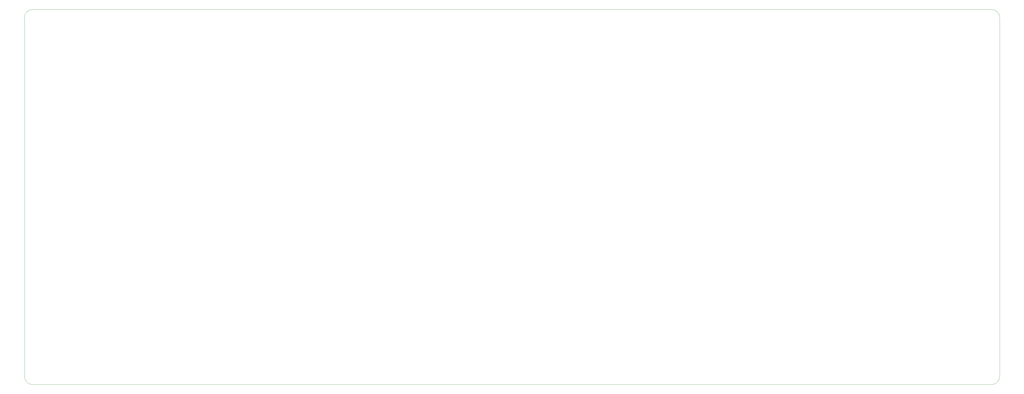
<source format=gm1>
G04 #@! TF.GenerationSoftware,KiCad,Pcbnew,(5.1.5)-3*
G04 #@! TF.CreationDate,2020-04-18T19:12:40+02:00*
G04 #@! TF.ProjectId,Rabelius,52616265-6c69-4757-932e-6b696361645f,1*
G04 #@! TF.SameCoordinates,Original*
G04 #@! TF.FileFunction,Profile,NP*
%FSLAX46Y46*%
G04 Gerber Fmt 4.6, Leading zero omitted, Abs format (unit mm)*
G04 Created by KiCad (PCBNEW (5.1.5)-3) date 2020-04-18 19:12:40*
%MOMM*%
%LPD*%
G04 APERTURE LIST*
%ADD10C,0.050000*%
G04 APERTURE END LIST*
D10*
X412200000Y-21700000D02*
X28300000Y-21700000D01*
X415500000Y-168800000D02*
X415500000Y-25000000D01*
X28300000Y-172100000D02*
X412200000Y-172100000D01*
X25000000Y-25000000D02*
X25000000Y-168800000D01*
X25000000Y-25000000D02*
G75*
G02X28300000Y-21700000I3300000J0D01*
G01*
X28300000Y-172100000D02*
G75*
G02X25000000Y-168800000I0J3300000D01*
G01*
X415500000Y-168800000D02*
G75*
G02X412200000Y-172100000I-3300000J0D01*
G01*
X412200000Y-21700000D02*
G75*
G02X415500000Y-25000000I0J-3300000D01*
G01*
M02*

</source>
